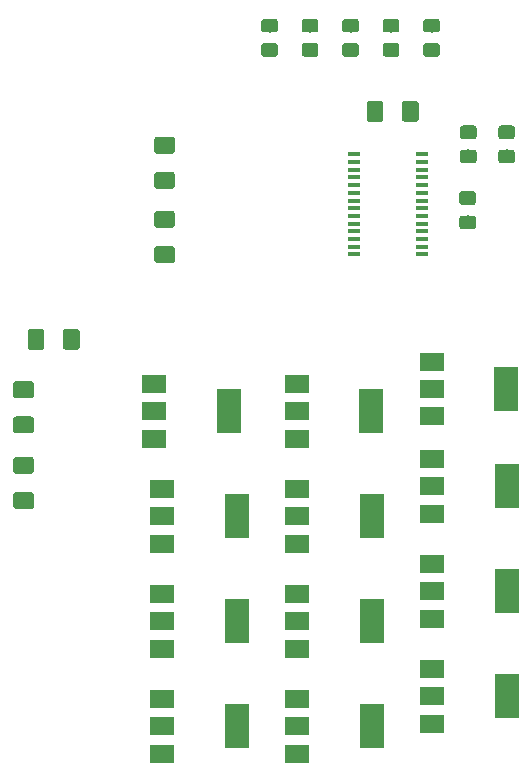
<source format=gbr>
G04 #@! TF.GenerationSoftware,KiCad,Pcbnew,5.0.2-bee76a0~70~ubuntu18.04.1*
G04 #@! TF.CreationDate,2019-02-08T11:17:56-07:00*
G04 #@! TF.ProjectId,driver,64726976-6572-42e6-9b69-6361645f7063,rev?*
G04 #@! TF.SameCoordinates,Original*
G04 #@! TF.FileFunction,Paste,Top*
G04 #@! TF.FilePolarity,Positive*
%FSLAX46Y46*%
G04 Gerber Fmt 4.6, Leading zero omitted, Abs format (unit mm)*
G04 Created by KiCad (PCBNEW 5.0.2-bee76a0~70~ubuntu18.04.1) date Fri 08 Feb 2019 11:17:56 AM MST*
%MOMM*%
%LPD*%
G01*
G04 APERTURE LIST*
%ADD10R,1.100000X0.400000*%
%ADD11C,0.100000*%
%ADD12C,1.150000*%
%ADD13R,2.000000X1.500000*%
%ADD14R,2.000000X3.800000*%
%ADD15C,1.425000*%
G04 APERTURE END LIST*
D10*
G04 #@! TO.C,U1*
X110307000Y-87469000D03*
X110307000Y-88119000D03*
X110307000Y-88769000D03*
X110307000Y-89419000D03*
X110307000Y-90069000D03*
X110307000Y-90719000D03*
X110307000Y-91369000D03*
X110307000Y-92019000D03*
X110307000Y-92669000D03*
X110307000Y-93319000D03*
X110307000Y-93969000D03*
X110307000Y-94619000D03*
X110307000Y-95269000D03*
X110307000Y-95919000D03*
X116007000Y-95919000D03*
X116007000Y-95269000D03*
X116007000Y-94619000D03*
X116007000Y-93969000D03*
X116007000Y-93319000D03*
X116007000Y-92669000D03*
X116007000Y-92019000D03*
X116007000Y-91369000D03*
X116007000Y-90719000D03*
X116007000Y-90069000D03*
X116007000Y-89419000D03*
X116007000Y-88769000D03*
X116007000Y-88119000D03*
X116007000Y-87469000D03*
G04 #@! TD*
D11*
G04 #@! TO.C,R22*
G36*
X103598505Y-75989204D02*
X103622773Y-75992804D01*
X103646572Y-75998765D01*
X103669671Y-76007030D01*
X103691850Y-76017520D01*
X103712893Y-76030132D01*
X103732599Y-76044747D01*
X103750777Y-76061223D01*
X103767253Y-76079401D01*
X103781868Y-76099107D01*
X103794480Y-76120150D01*
X103804970Y-76142329D01*
X103813235Y-76165428D01*
X103819196Y-76189227D01*
X103822796Y-76213495D01*
X103824000Y-76237999D01*
X103824000Y-76888001D01*
X103822796Y-76912505D01*
X103819196Y-76936773D01*
X103813235Y-76960572D01*
X103804970Y-76983671D01*
X103794480Y-77005850D01*
X103781868Y-77026893D01*
X103767253Y-77046599D01*
X103750777Y-77064777D01*
X103732599Y-77081253D01*
X103712893Y-77095868D01*
X103691850Y-77108480D01*
X103669671Y-77118970D01*
X103646572Y-77127235D01*
X103622773Y-77133196D01*
X103598505Y-77136796D01*
X103574001Y-77138000D01*
X102673999Y-77138000D01*
X102649495Y-77136796D01*
X102625227Y-77133196D01*
X102601428Y-77127235D01*
X102578329Y-77118970D01*
X102556150Y-77108480D01*
X102535107Y-77095868D01*
X102515401Y-77081253D01*
X102497223Y-77064777D01*
X102480747Y-77046599D01*
X102466132Y-77026893D01*
X102453520Y-77005850D01*
X102443030Y-76983671D01*
X102434765Y-76960572D01*
X102428804Y-76936773D01*
X102425204Y-76912505D01*
X102424000Y-76888001D01*
X102424000Y-76237999D01*
X102425204Y-76213495D01*
X102428804Y-76189227D01*
X102434765Y-76165428D01*
X102443030Y-76142329D01*
X102453520Y-76120150D01*
X102466132Y-76099107D01*
X102480747Y-76079401D01*
X102497223Y-76061223D01*
X102515401Y-76044747D01*
X102535107Y-76030132D01*
X102556150Y-76017520D01*
X102578329Y-76007030D01*
X102601428Y-75998765D01*
X102625227Y-75992804D01*
X102649495Y-75989204D01*
X102673999Y-75988000D01*
X103574001Y-75988000D01*
X103598505Y-75989204D01*
X103598505Y-75989204D01*
G37*
D12*
X103124000Y-76563000D03*
D11*
G36*
X103598505Y-78039204D02*
X103622773Y-78042804D01*
X103646572Y-78048765D01*
X103669671Y-78057030D01*
X103691850Y-78067520D01*
X103712893Y-78080132D01*
X103732599Y-78094747D01*
X103750777Y-78111223D01*
X103767253Y-78129401D01*
X103781868Y-78149107D01*
X103794480Y-78170150D01*
X103804970Y-78192329D01*
X103813235Y-78215428D01*
X103819196Y-78239227D01*
X103822796Y-78263495D01*
X103824000Y-78287999D01*
X103824000Y-78938001D01*
X103822796Y-78962505D01*
X103819196Y-78986773D01*
X103813235Y-79010572D01*
X103804970Y-79033671D01*
X103794480Y-79055850D01*
X103781868Y-79076893D01*
X103767253Y-79096599D01*
X103750777Y-79114777D01*
X103732599Y-79131253D01*
X103712893Y-79145868D01*
X103691850Y-79158480D01*
X103669671Y-79168970D01*
X103646572Y-79177235D01*
X103622773Y-79183196D01*
X103598505Y-79186796D01*
X103574001Y-79188000D01*
X102673999Y-79188000D01*
X102649495Y-79186796D01*
X102625227Y-79183196D01*
X102601428Y-79177235D01*
X102578329Y-79168970D01*
X102556150Y-79158480D01*
X102535107Y-79145868D01*
X102515401Y-79131253D01*
X102497223Y-79114777D01*
X102480747Y-79096599D01*
X102466132Y-79076893D01*
X102453520Y-79055850D01*
X102443030Y-79033671D01*
X102434765Y-79010572D01*
X102428804Y-78986773D01*
X102425204Y-78962505D01*
X102424000Y-78938001D01*
X102424000Y-78287999D01*
X102425204Y-78263495D01*
X102428804Y-78239227D01*
X102434765Y-78215428D01*
X102443030Y-78192329D01*
X102453520Y-78170150D01*
X102466132Y-78149107D01*
X102480747Y-78129401D01*
X102497223Y-78111223D01*
X102515401Y-78094747D01*
X102535107Y-78080132D01*
X102556150Y-78067520D01*
X102578329Y-78057030D01*
X102601428Y-78048765D01*
X102625227Y-78042804D01*
X102649495Y-78039204D01*
X102673999Y-78038000D01*
X103574001Y-78038000D01*
X103598505Y-78039204D01*
X103598505Y-78039204D01*
G37*
D12*
X103124000Y-78613000D03*
G04 #@! TD*
D11*
G04 #@! TO.C,R23*
G36*
X107027505Y-75989204D02*
X107051773Y-75992804D01*
X107075572Y-75998765D01*
X107098671Y-76007030D01*
X107120850Y-76017520D01*
X107141893Y-76030132D01*
X107161599Y-76044747D01*
X107179777Y-76061223D01*
X107196253Y-76079401D01*
X107210868Y-76099107D01*
X107223480Y-76120150D01*
X107233970Y-76142329D01*
X107242235Y-76165428D01*
X107248196Y-76189227D01*
X107251796Y-76213495D01*
X107253000Y-76237999D01*
X107253000Y-76888001D01*
X107251796Y-76912505D01*
X107248196Y-76936773D01*
X107242235Y-76960572D01*
X107233970Y-76983671D01*
X107223480Y-77005850D01*
X107210868Y-77026893D01*
X107196253Y-77046599D01*
X107179777Y-77064777D01*
X107161599Y-77081253D01*
X107141893Y-77095868D01*
X107120850Y-77108480D01*
X107098671Y-77118970D01*
X107075572Y-77127235D01*
X107051773Y-77133196D01*
X107027505Y-77136796D01*
X107003001Y-77138000D01*
X106102999Y-77138000D01*
X106078495Y-77136796D01*
X106054227Y-77133196D01*
X106030428Y-77127235D01*
X106007329Y-77118970D01*
X105985150Y-77108480D01*
X105964107Y-77095868D01*
X105944401Y-77081253D01*
X105926223Y-77064777D01*
X105909747Y-77046599D01*
X105895132Y-77026893D01*
X105882520Y-77005850D01*
X105872030Y-76983671D01*
X105863765Y-76960572D01*
X105857804Y-76936773D01*
X105854204Y-76912505D01*
X105853000Y-76888001D01*
X105853000Y-76237999D01*
X105854204Y-76213495D01*
X105857804Y-76189227D01*
X105863765Y-76165428D01*
X105872030Y-76142329D01*
X105882520Y-76120150D01*
X105895132Y-76099107D01*
X105909747Y-76079401D01*
X105926223Y-76061223D01*
X105944401Y-76044747D01*
X105964107Y-76030132D01*
X105985150Y-76017520D01*
X106007329Y-76007030D01*
X106030428Y-75998765D01*
X106054227Y-75992804D01*
X106078495Y-75989204D01*
X106102999Y-75988000D01*
X107003001Y-75988000D01*
X107027505Y-75989204D01*
X107027505Y-75989204D01*
G37*
D12*
X106553000Y-76563000D03*
D11*
G36*
X107027505Y-78039204D02*
X107051773Y-78042804D01*
X107075572Y-78048765D01*
X107098671Y-78057030D01*
X107120850Y-78067520D01*
X107141893Y-78080132D01*
X107161599Y-78094747D01*
X107179777Y-78111223D01*
X107196253Y-78129401D01*
X107210868Y-78149107D01*
X107223480Y-78170150D01*
X107233970Y-78192329D01*
X107242235Y-78215428D01*
X107248196Y-78239227D01*
X107251796Y-78263495D01*
X107253000Y-78287999D01*
X107253000Y-78938001D01*
X107251796Y-78962505D01*
X107248196Y-78986773D01*
X107242235Y-79010572D01*
X107233970Y-79033671D01*
X107223480Y-79055850D01*
X107210868Y-79076893D01*
X107196253Y-79096599D01*
X107179777Y-79114777D01*
X107161599Y-79131253D01*
X107141893Y-79145868D01*
X107120850Y-79158480D01*
X107098671Y-79168970D01*
X107075572Y-79177235D01*
X107051773Y-79183196D01*
X107027505Y-79186796D01*
X107003001Y-79188000D01*
X106102999Y-79188000D01*
X106078495Y-79186796D01*
X106054227Y-79183196D01*
X106030428Y-79177235D01*
X106007329Y-79168970D01*
X105985150Y-79158480D01*
X105964107Y-79145868D01*
X105944401Y-79131253D01*
X105926223Y-79114777D01*
X105909747Y-79096599D01*
X105895132Y-79076893D01*
X105882520Y-79055850D01*
X105872030Y-79033671D01*
X105863765Y-79010572D01*
X105857804Y-78986773D01*
X105854204Y-78962505D01*
X105853000Y-78938001D01*
X105853000Y-78287999D01*
X105854204Y-78263495D01*
X105857804Y-78239227D01*
X105863765Y-78215428D01*
X105872030Y-78192329D01*
X105882520Y-78170150D01*
X105895132Y-78149107D01*
X105909747Y-78129401D01*
X105926223Y-78111223D01*
X105944401Y-78094747D01*
X105964107Y-78080132D01*
X105985150Y-78067520D01*
X106007329Y-78057030D01*
X106030428Y-78048765D01*
X106054227Y-78042804D01*
X106078495Y-78039204D01*
X106102999Y-78038000D01*
X107003001Y-78038000D01*
X107027505Y-78039204D01*
X107027505Y-78039204D01*
G37*
D12*
X106553000Y-78613000D03*
G04 #@! TD*
D11*
G04 #@! TO.C,R24*
G36*
X110456505Y-78039204D02*
X110480773Y-78042804D01*
X110504572Y-78048765D01*
X110527671Y-78057030D01*
X110549850Y-78067520D01*
X110570893Y-78080132D01*
X110590599Y-78094747D01*
X110608777Y-78111223D01*
X110625253Y-78129401D01*
X110639868Y-78149107D01*
X110652480Y-78170150D01*
X110662970Y-78192329D01*
X110671235Y-78215428D01*
X110677196Y-78239227D01*
X110680796Y-78263495D01*
X110682000Y-78287999D01*
X110682000Y-78938001D01*
X110680796Y-78962505D01*
X110677196Y-78986773D01*
X110671235Y-79010572D01*
X110662970Y-79033671D01*
X110652480Y-79055850D01*
X110639868Y-79076893D01*
X110625253Y-79096599D01*
X110608777Y-79114777D01*
X110590599Y-79131253D01*
X110570893Y-79145868D01*
X110549850Y-79158480D01*
X110527671Y-79168970D01*
X110504572Y-79177235D01*
X110480773Y-79183196D01*
X110456505Y-79186796D01*
X110432001Y-79188000D01*
X109531999Y-79188000D01*
X109507495Y-79186796D01*
X109483227Y-79183196D01*
X109459428Y-79177235D01*
X109436329Y-79168970D01*
X109414150Y-79158480D01*
X109393107Y-79145868D01*
X109373401Y-79131253D01*
X109355223Y-79114777D01*
X109338747Y-79096599D01*
X109324132Y-79076893D01*
X109311520Y-79055850D01*
X109301030Y-79033671D01*
X109292765Y-79010572D01*
X109286804Y-78986773D01*
X109283204Y-78962505D01*
X109282000Y-78938001D01*
X109282000Y-78287999D01*
X109283204Y-78263495D01*
X109286804Y-78239227D01*
X109292765Y-78215428D01*
X109301030Y-78192329D01*
X109311520Y-78170150D01*
X109324132Y-78149107D01*
X109338747Y-78129401D01*
X109355223Y-78111223D01*
X109373401Y-78094747D01*
X109393107Y-78080132D01*
X109414150Y-78067520D01*
X109436329Y-78057030D01*
X109459428Y-78048765D01*
X109483227Y-78042804D01*
X109507495Y-78039204D01*
X109531999Y-78038000D01*
X110432001Y-78038000D01*
X110456505Y-78039204D01*
X110456505Y-78039204D01*
G37*
D12*
X109982000Y-78613000D03*
D11*
G36*
X110456505Y-75989204D02*
X110480773Y-75992804D01*
X110504572Y-75998765D01*
X110527671Y-76007030D01*
X110549850Y-76017520D01*
X110570893Y-76030132D01*
X110590599Y-76044747D01*
X110608777Y-76061223D01*
X110625253Y-76079401D01*
X110639868Y-76099107D01*
X110652480Y-76120150D01*
X110662970Y-76142329D01*
X110671235Y-76165428D01*
X110677196Y-76189227D01*
X110680796Y-76213495D01*
X110682000Y-76237999D01*
X110682000Y-76888001D01*
X110680796Y-76912505D01*
X110677196Y-76936773D01*
X110671235Y-76960572D01*
X110662970Y-76983671D01*
X110652480Y-77005850D01*
X110639868Y-77026893D01*
X110625253Y-77046599D01*
X110608777Y-77064777D01*
X110590599Y-77081253D01*
X110570893Y-77095868D01*
X110549850Y-77108480D01*
X110527671Y-77118970D01*
X110504572Y-77127235D01*
X110480773Y-77133196D01*
X110456505Y-77136796D01*
X110432001Y-77138000D01*
X109531999Y-77138000D01*
X109507495Y-77136796D01*
X109483227Y-77133196D01*
X109459428Y-77127235D01*
X109436329Y-77118970D01*
X109414150Y-77108480D01*
X109393107Y-77095868D01*
X109373401Y-77081253D01*
X109355223Y-77064777D01*
X109338747Y-77046599D01*
X109324132Y-77026893D01*
X109311520Y-77005850D01*
X109301030Y-76983671D01*
X109292765Y-76960572D01*
X109286804Y-76936773D01*
X109283204Y-76912505D01*
X109282000Y-76888001D01*
X109282000Y-76237999D01*
X109283204Y-76213495D01*
X109286804Y-76189227D01*
X109292765Y-76165428D01*
X109301030Y-76142329D01*
X109311520Y-76120150D01*
X109324132Y-76099107D01*
X109338747Y-76079401D01*
X109355223Y-76061223D01*
X109373401Y-76044747D01*
X109393107Y-76030132D01*
X109414150Y-76017520D01*
X109436329Y-76007030D01*
X109459428Y-75998765D01*
X109483227Y-75992804D01*
X109507495Y-75989204D01*
X109531999Y-75988000D01*
X110432001Y-75988000D01*
X110456505Y-75989204D01*
X110456505Y-75989204D01*
G37*
D12*
X109982000Y-76563000D03*
G04 #@! TD*
D11*
G04 #@! TO.C,R25*
G36*
X113885505Y-78039204D02*
X113909773Y-78042804D01*
X113933572Y-78048765D01*
X113956671Y-78057030D01*
X113978850Y-78067520D01*
X113999893Y-78080132D01*
X114019599Y-78094747D01*
X114037777Y-78111223D01*
X114054253Y-78129401D01*
X114068868Y-78149107D01*
X114081480Y-78170150D01*
X114091970Y-78192329D01*
X114100235Y-78215428D01*
X114106196Y-78239227D01*
X114109796Y-78263495D01*
X114111000Y-78287999D01*
X114111000Y-78938001D01*
X114109796Y-78962505D01*
X114106196Y-78986773D01*
X114100235Y-79010572D01*
X114091970Y-79033671D01*
X114081480Y-79055850D01*
X114068868Y-79076893D01*
X114054253Y-79096599D01*
X114037777Y-79114777D01*
X114019599Y-79131253D01*
X113999893Y-79145868D01*
X113978850Y-79158480D01*
X113956671Y-79168970D01*
X113933572Y-79177235D01*
X113909773Y-79183196D01*
X113885505Y-79186796D01*
X113861001Y-79188000D01*
X112960999Y-79188000D01*
X112936495Y-79186796D01*
X112912227Y-79183196D01*
X112888428Y-79177235D01*
X112865329Y-79168970D01*
X112843150Y-79158480D01*
X112822107Y-79145868D01*
X112802401Y-79131253D01*
X112784223Y-79114777D01*
X112767747Y-79096599D01*
X112753132Y-79076893D01*
X112740520Y-79055850D01*
X112730030Y-79033671D01*
X112721765Y-79010572D01*
X112715804Y-78986773D01*
X112712204Y-78962505D01*
X112711000Y-78938001D01*
X112711000Y-78287999D01*
X112712204Y-78263495D01*
X112715804Y-78239227D01*
X112721765Y-78215428D01*
X112730030Y-78192329D01*
X112740520Y-78170150D01*
X112753132Y-78149107D01*
X112767747Y-78129401D01*
X112784223Y-78111223D01*
X112802401Y-78094747D01*
X112822107Y-78080132D01*
X112843150Y-78067520D01*
X112865329Y-78057030D01*
X112888428Y-78048765D01*
X112912227Y-78042804D01*
X112936495Y-78039204D01*
X112960999Y-78038000D01*
X113861001Y-78038000D01*
X113885505Y-78039204D01*
X113885505Y-78039204D01*
G37*
D12*
X113411000Y-78613000D03*
D11*
G36*
X113885505Y-75989204D02*
X113909773Y-75992804D01*
X113933572Y-75998765D01*
X113956671Y-76007030D01*
X113978850Y-76017520D01*
X113999893Y-76030132D01*
X114019599Y-76044747D01*
X114037777Y-76061223D01*
X114054253Y-76079401D01*
X114068868Y-76099107D01*
X114081480Y-76120150D01*
X114091970Y-76142329D01*
X114100235Y-76165428D01*
X114106196Y-76189227D01*
X114109796Y-76213495D01*
X114111000Y-76237999D01*
X114111000Y-76888001D01*
X114109796Y-76912505D01*
X114106196Y-76936773D01*
X114100235Y-76960572D01*
X114091970Y-76983671D01*
X114081480Y-77005850D01*
X114068868Y-77026893D01*
X114054253Y-77046599D01*
X114037777Y-77064777D01*
X114019599Y-77081253D01*
X113999893Y-77095868D01*
X113978850Y-77108480D01*
X113956671Y-77118970D01*
X113933572Y-77127235D01*
X113909773Y-77133196D01*
X113885505Y-77136796D01*
X113861001Y-77138000D01*
X112960999Y-77138000D01*
X112936495Y-77136796D01*
X112912227Y-77133196D01*
X112888428Y-77127235D01*
X112865329Y-77118970D01*
X112843150Y-77108480D01*
X112822107Y-77095868D01*
X112802401Y-77081253D01*
X112784223Y-77064777D01*
X112767747Y-77046599D01*
X112753132Y-77026893D01*
X112740520Y-77005850D01*
X112730030Y-76983671D01*
X112721765Y-76960572D01*
X112715804Y-76936773D01*
X112712204Y-76912505D01*
X112711000Y-76888001D01*
X112711000Y-76237999D01*
X112712204Y-76213495D01*
X112715804Y-76189227D01*
X112721765Y-76165428D01*
X112730030Y-76142329D01*
X112740520Y-76120150D01*
X112753132Y-76099107D01*
X112767747Y-76079401D01*
X112784223Y-76061223D01*
X112802401Y-76044747D01*
X112822107Y-76030132D01*
X112843150Y-76017520D01*
X112865329Y-76007030D01*
X112888428Y-75998765D01*
X112912227Y-75992804D01*
X112936495Y-75989204D01*
X112960999Y-75988000D01*
X113861001Y-75988000D01*
X113885505Y-75989204D01*
X113885505Y-75989204D01*
G37*
D12*
X113411000Y-76563000D03*
G04 #@! TD*
D11*
G04 #@! TO.C,R26*
G36*
X117314505Y-75989204D02*
X117338773Y-75992804D01*
X117362572Y-75998765D01*
X117385671Y-76007030D01*
X117407850Y-76017520D01*
X117428893Y-76030132D01*
X117448599Y-76044747D01*
X117466777Y-76061223D01*
X117483253Y-76079401D01*
X117497868Y-76099107D01*
X117510480Y-76120150D01*
X117520970Y-76142329D01*
X117529235Y-76165428D01*
X117535196Y-76189227D01*
X117538796Y-76213495D01*
X117540000Y-76237999D01*
X117540000Y-76888001D01*
X117538796Y-76912505D01*
X117535196Y-76936773D01*
X117529235Y-76960572D01*
X117520970Y-76983671D01*
X117510480Y-77005850D01*
X117497868Y-77026893D01*
X117483253Y-77046599D01*
X117466777Y-77064777D01*
X117448599Y-77081253D01*
X117428893Y-77095868D01*
X117407850Y-77108480D01*
X117385671Y-77118970D01*
X117362572Y-77127235D01*
X117338773Y-77133196D01*
X117314505Y-77136796D01*
X117290001Y-77138000D01*
X116389999Y-77138000D01*
X116365495Y-77136796D01*
X116341227Y-77133196D01*
X116317428Y-77127235D01*
X116294329Y-77118970D01*
X116272150Y-77108480D01*
X116251107Y-77095868D01*
X116231401Y-77081253D01*
X116213223Y-77064777D01*
X116196747Y-77046599D01*
X116182132Y-77026893D01*
X116169520Y-77005850D01*
X116159030Y-76983671D01*
X116150765Y-76960572D01*
X116144804Y-76936773D01*
X116141204Y-76912505D01*
X116140000Y-76888001D01*
X116140000Y-76237999D01*
X116141204Y-76213495D01*
X116144804Y-76189227D01*
X116150765Y-76165428D01*
X116159030Y-76142329D01*
X116169520Y-76120150D01*
X116182132Y-76099107D01*
X116196747Y-76079401D01*
X116213223Y-76061223D01*
X116231401Y-76044747D01*
X116251107Y-76030132D01*
X116272150Y-76017520D01*
X116294329Y-76007030D01*
X116317428Y-75998765D01*
X116341227Y-75992804D01*
X116365495Y-75989204D01*
X116389999Y-75988000D01*
X117290001Y-75988000D01*
X117314505Y-75989204D01*
X117314505Y-75989204D01*
G37*
D12*
X116840000Y-76563000D03*
D11*
G36*
X117314505Y-78039204D02*
X117338773Y-78042804D01*
X117362572Y-78048765D01*
X117385671Y-78057030D01*
X117407850Y-78067520D01*
X117428893Y-78080132D01*
X117448599Y-78094747D01*
X117466777Y-78111223D01*
X117483253Y-78129401D01*
X117497868Y-78149107D01*
X117510480Y-78170150D01*
X117520970Y-78192329D01*
X117529235Y-78215428D01*
X117535196Y-78239227D01*
X117538796Y-78263495D01*
X117540000Y-78287999D01*
X117540000Y-78938001D01*
X117538796Y-78962505D01*
X117535196Y-78986773D01*
X117529235Y-79010572D01*
X117520970Y-79033671D01*
X117510480Y-79055850D01*
X117497868Y-79076893D01*
X117483253Y-79096599D01*
X117466777Y-79114777D01*
X117448599Y-79131253D01*
X117428893Y-79145868D01*
X117407850Y-79158480D01*
X117385671Y-79168970D01*
X117362572Y-79177235D01*
X117338773Y-79183196D01*
X117314505Y-79186796D01*
X117290001Y-79188000D01*
X116389999Y-79188000D01*
X116365495Y-79186796D01*
X116341227Y-79183196D01*
X116317428Y-79177235D01*
X116294329Y-79168970D01*
X116272150Y-79158480D01*
X116251107Y-79145868D01*
X116231401Y-79131253D01*
X116213223Y-79114777D01*
X116196747Y-79096599D01*
X116182132Y-79076893D01*
X116169520Y-79055850D01*
X116159030Y-79033671D01*
X116150765Y-79010572D01*
X116144804Y-78986773D01*
X116141204Y-78962505D01*
X116140000Y-78938001D01*
X116140000Y-78287999D01*
X116141204Y-78263495D01*
X116144804Y-78239227D01*
X116150765Y-78215428D01*
X116159030Y-78192329D01*
X116169520Y-78170150D01*
X116182132Y-78149107D01*
X116196747Y-78129401D01*
X116213223Y-78111223D01*
X116231401Y-78094747D01*
X116251107Y-78080132D01*
X116272150Y-78067520D01*
X116294329Y-78057030D01*
X116317428Y-78048765D01*
X116341227Y-78042804D01*
X116365495Y-78039204D01*
X116389999Y-78038000D01*
X117290001Y-78038000D01*
X117314505Y-78039204D01*
X117314505Y-78039204D01*
G37*
D12*
X116840000Y-78613000D03*
G04 #@! TD*
D13*
G04 #@! TO.C,Q5*
X116865000Y-105015000D03*
X116865000Y-109615000D03*
X116865000Y-107315000D03*
D14*
X123165000Y-107315000D03*
G04 #@! TD*
G04 #@! TO.C,Q6*
X111735000Y-109220000D03*
D13*
X105435000Y-109220000D03*
X105435000Y-111520000D03*
X105435000Y-106920000D03*
G04 #@! TD*
G04 #@! TO.C,Q7*
X93370000Y-106920000D03*
X93370000Y-111520000D03*
X93370000Y-109220000D03*
D14*
X99670000Y-109220000D03*
G04 #@! TD*
G04 #@! TO.C,Q8*
X123190000Y-115570000D03*
D13*
X116890000Y-115570000D03*
X116890000Y-117870000D03*
X116890000Y-113270000D03*
G04 #@! TD*
G04 #@! TO.C,Q9*
X105460000Y-115810000D03*
X105460000Y-120410000D03*
X105460000Y-118110000D03*
D14*
X111760000Y-118110000D03*
G04 #@! TD*
G04 #@! TO.C,Q10*
X100330000Y-118110000D03*
D13*
X94030000Y-118110000D03*
X94030000Y-120410000D03*
X94030000Y-115810000D03*
G04 #@! TD*
G04 #@! TO.C,Q11*
X116890000Y-122160000D03*
X116890000Y-126760000D03*
X116890000Y-124460000D03*
D14*
X123190000Y-124460000D03*
G04 #@! TD*
G04 #@! TO.C,Q12*
X111760000Y-127000000D03*
D13*
X105460000Y-127000000D03*
X105460000Y-129300000D03*
X105460000Y-124700000D03*
G04 #@! TD*
D14*
G04 #@! TO.C,Q13*
X100330000Y-135890000D03*
D13*
X94030000Y-135890000D03*
X94030000Y-138190000D03*
X94030000Y-133590000D03*
G04 #@! TD*
G04 #@! TO.C,Q14*
X105460000Y-133590000D03*
X105460000Y-138190000D03*
X105460000Y-135890000D03*
D14*
X111760000Y-135890000D03*
G04 #@! TD*
G04 #@! TO.C,Q15*
X123190000Y-133350000D03*
D13*
X116890000Y-133350000D03*
X116890000Y-135650000D03*
X116890000Y-131050000D03*
G04 #@! TD*
G04 #@! TO.C,Q16*
X94030000Y-124700000D03*
X94030000Y-129300000D03*
X94030000Y-127000000D03*
D14*
X100330000Y-127000000D03*
G04 #@! TD*
D11*
G04 #@! TO.C,C4*
G36*
X86810504Y-102250204D02*
X86834773Y-102253804D01*
X86858571Y-102259765D01*
X86881671Y-102268030D01*
X86903849Y-102278520D01*
X86924893Y-102291133D01*
X86944598Y-102305747D01*
X86962777Y-102322223D01*
X86979253Y-102340402D01*
X86993867Y-102360107D01*
X87006480Y-102381151D01*
X87016970Y-102403329D01*
X87025235Y-102426429D01*
X87031196Y-102450227D01*
X87034796Y-102474496D01*
X87036000Y-102499000D01*
X87036000Y-103749000D01*
X87034796Y-103773504D01*
X87031196Y-103797773D01*
X87025235Y-103821571D01*
X87016970Y-103844671D01*
X87006480Y-103866849D01*
X86993867Y-103887893D01*
X86979253Y-103907598D01*
X86962777Y-103925777D01*
X86944598Y-103942253D01*
X86924893Y-103956867D01*
X86903849Y-103969480D01*
X86881671Y-103979970D01*
X86858571Y-103988235D01*
X86834773Y-103994196D01*
X86810504Y-103997796D01*
X86786000Y-103999000D01*
X85861000Y-103999000D01*
X85836496Y-103997796D01*
X85812227Y-103994196D01*
X85788429Y-103988235D01*
X85765329Y-103979970D01*
X85743151Y-103969480D01*
X85722107Y-103956867D01*
X85702402Y-103942253D01*
X85684223Y-103925777D01*
X85667747Y-103907598D01*
X85653133Y-103887893D01*
X85640520Y-103866849D01*
X85630030Y-103844671D01*
X85621765Y-103821571D01*
X85615804Y-103797773D01*
X85612204Y-103773504D01*
X85611000Y-103749000D01*
X85611000Y-102499000D01*
X85612204Y-102474496D01*
X85615804Y-102450227D01*
X85621765Y-102426429D01*
X85630030Y-102403329D01*
X85640520Y-102381151D01*
X85653133Y-102360107D01*
X85667747Y-102340402D01*
X85684223Y-102322223D01*
X85702402Y-102305747D01*
X85722107Y-102291133D01*
X85743151Y-102278520D01*
X85765329Y-102268030D01*
X85788429Y-102259765D01*
X85812227Y-102253804D01*
X85836496Y-102250204D01*
X85861000Y-102249000D01*
X86786000Y-102249000D01*
X86810504Y-102250204D01*
X86810504Y-102250204D01*
G37*
D15*
X86323500Y-103124000D03*
D11*
G36*
X83835504Y-102250204D02*
X83859773Y-102253804D01*
X83883571Y-102259765D01*
X83906671Y-102268030D01*
X83928849Y-102278520D01*
X83949893Y-102291133D01*
X83969598Y-102305747D01*
X83987777Y-102322223D01*
X84004253Y-102340402D01*
X84018867Y-102360107D01*
X84031480Y-102381151D01*
X84041970Y-102403329D01*
X84050235Y-102426429D01*
X84056196Y-102450227D01*
X84059796Y-102474496D01*
X84061000Y-102499000D01*
X84061000Y-103749000D01*
X84059796Y-103773504D01*
X84056196Y-103797773D01*
X84050235Y-103821571D01*
X84041970Y-103844671D01*
X84031480Y-103866849D01*
X84018867Y-103887893D01*
X84004253Y-103907598D01*
X83987777Y-103925777D01*
X83969598Y-103942253D01*
X83949893Y-103956867D01*
X83928849Y-103969480D01*
X83906671Y-103979970D01*
X83883571Y-103988235D01*
X83859773Y-103994196D01*
X83835504Y-103997796D01*
X83811000Y-103999000D01*
X82886000Y-103999000D01*
X82861496Y-103997796D01*
X82837227Y-103994196D01*
X82813429Y-103988235D01*
X82790329Y-103979970D01*
X82768151Y-103969480D01*
X82747107Y-103956867D01*
X82727402Y-103942253D01*
X82709223Y-103925777D01*
X82692747Y-103907598D01*
X82678133Y-103887893D01*
X82665520Y-103866849D01*
X82655030Y-103844671D01*
X82646765Y-103821571D01*
X82640804Y-103797773D01*
X82637204Y-103773504D01*
X82636000Y-103749000D01*
X82636000Y-102499000D01*
X82637204Y-102474496D01*
X82640804Y-102450227D01*
X82646765Y-102426429D01*
X82655030Y-102403329D01*
X82665520Y-102381151D01*
X82678133Y-102360107D01*
X82692747Y-102340402D01*
X82709223Y-102322223D01*
X82727402Y-102305747D01*
X82747107Y-102291133D01*
X82768151Y-102278520D01*
X82790329Y-102268030D01*
X82813429Y-102259765D01*
X82837227Y-102253804D01*
X82861496Y-102250204D01*
X82886000Y-102249000D01*
X83811000Y-102249000D01*
X83835504Y-102250204D01*
X83835504Y-102250204D01*
G37*
D15*
X83348500Y-103124000D03*
G04 #@! TD*
D11*
G04 #@! TO.C,C5*
G36*
X82945504Y-109651704D02*
X82969773Y-109655304D01*
X82993571Y-109661265D01*
X83016671Y-109669530D01*
X83038849Y-109680020D01*
X83059893Y-109692633D01*
X83079598Y-109707247D01*
X83097777Y-109723723D01*
X83114253Y-109741902D01*
X83128867Y-109761607D01*
X83141480Y-109782651D01*
X83151970Y-109804829D01*
X83160235Y-109827929D01*
X83166196Y-109851727D01*
X83169796Y-109875996D01*
X83171000Y-109900500D01*
X83171000Y-110825500D01*
X83169796Y-110850004D01*
X83166196Y-110874273D01*
X83160235Y-110898071D01*
X83151970Y-110921171D01*
X83141480Y-110943349D01*
X83128867Y-110964393D01*
X83114253Y-110984098D01*
X83097777Y-111002277D01*
X83079598Y-111018753D01*
X83059893Y-111033367D01*
X83038849Y-111045980D01*
X83016671Y-111056470D01*
X82993571Y-111064735D01*
X82969773Y-111070696D01*
X82945504Y-111074296D01*
X82921000Y-111075500D01*
X81671000Y-111075500D01*
X81646496Y-111074296D01*
X81622227Y-111070696D01*
X81598429Y-111064735D01*
X81575329Y-111056470D01*
X81553151Y-111045980D01*
X81532107Y-111033367D01*
X81512402Y-111018753D01*
X81494223Y-111002277D01*
X81477747Y-110984098D01*
X81463133Y-110964393D01*
X81450520Y-110943349D01*
X81440030Y-110921171D01*
X81431765Y-110898071D01*
X81425804Y-110874273D01*
X81422204Y-110850004D01*
X81421000Y-110825500D01*
X81421000Y-109900500D01*
X81422204Y-109875996D01*
X81425804Y-109851727D01*
X81431765Y-109827929D01*
X81440030Y-109804829D01*
X81450520Y-109782651D01*
X81463133Y-109761607D01*
X81477747Y-109741902D01*
X81494223Y-109723723D01*
X81512402Y-109707247D01*
X81532107Y-109692633D01*
X81553151Y-109680020D01*
X81575329Y-109669530D01*
X81598429Y-109661265D01*
X81622227Y-109655304D01*
X81646496Y-109651704D01*
X81671000Y-109650500D01*
X82921000Y-109650500D01*
X82945504Y-109651704D01*
X82945504Y-109651704D01*
G37*
D15*
X82296000Y-110363000D03*
D11*
G36*
X82945504Y-106676704D02*
X82969773Y-106680304D01*
X82993571Y-106686265D01*
X83016671Y-106694530D01*
X83038849Y-106705020D01*
X83059893Y-106717633D01*
X83079598Y-106732247D01*
X83097777Y-106748723D01*
X83114253Y-106766902D01*
X83128867Y-106786607D01*
X83141480Y-106807651D01*
X83151970Y-106829829D01*
X83160235Y-106852929D01*
X83166196Y-106876727D01*
X83169796Y-106900996D01*
X83171000Y-106925500D01*
X83171000Y-107850500D01*
X83169796Y-107875004D01*
X83166196Y-107899273D01*
X83160235Y-107923071D01*
X83151970Y-107946171D01*
X83141480Y-107968349D01*
X83128867Y-107989393D01*
X83114253Y-108009098D01*
X83097777Y-108027277D01*
X83079598Y-108043753D01*
X83059893Y-108058367D01*
X83038849Y-108070980D01*
X83016671Y-108081470D01*
X82993571Y-108089735D01*
X82969773Y-108095696D01*
X82945504Y-108099296D01*
X82921000Y-108100500D01*
X81671000Y-108100500D01*
X81646496Y-108099296D01*
X81622227Y-108095696D01*
X81598429Y-108089735D01*
X81575329Y-108081470D01*
X81553151Y-108070980D01*
X81532107Y-108058367D01*
X81512402Y-108043753D01*
X81494223Y-108027277D01*
X81477747Y-108009098D01*
X81463133Y-107989393D01*
X81450520Y-107968349D01*
X81440030Y-107946171D01*
X81431765Y-107923071D01*
X81425804Y-107899273D01*
X81422204Y-107875004D01*
X81421000Y-107850500D01*
X81421000Y-106925500D01*
X81422204Y-106900996D01*
X81425804Y-106876727D01*
X81431765Y-106852929D01*
X81440030Y-106829829D01*
X81450520Y-106807651D01*
X81463133Y-106786607D01*
X81477747Y-106766902D01*
X81494223Y-106748723D01*
X81512402Y-106732247D01*
X81532107Y-106717633D01*
X81553151Y-106705020D01*
X81575329Y-106694530D01*
X81598429Y-106686265D01*
X81622227Y-106680304D01*
X81646496Y-106676704D01*
X81671000Y-106675500D01*
X82921000Y-106675500D01*
X82945504Y-106676704D01*
X82945504Y-106676704D01*
G37*
D15*
X82296000Y-107388000D03*
G04 #@! TD*
D11*
G04 #@! TO.C,C6*
G36*
X82945504Y-113080704D02*
X82969773Y-113084304D01*
X82993571Y-113090265D01*
X83016671Y-113098530D01*
X83038849Y-113109020D01*
X83059893Y-113121633D01*
X83079598Y-113136247D01*
X83097777Y-113152723D01*
X83114253Y-113170902D01*
X83128867Y-113190607D01*
X83141480Y-113211651D01*
X83151970Y-113233829D01*
X83160235Y-113256929D01*
X83166196Y-113280727D01*
X83169796Y-113304996D01*
X83171000Y-113329500D01*
X83171000Y-114254500D01*
X83169796Y-114279004D01*
X83166196Y-114303273D01*
X83160235Y-114327071D01*
X83151970Y-114350171D01*
X83141480Y-114372349D01*
X83128867Y-114393393D01*
X83114253Y-114413098D01*
X83097777Y-114431277D01*
X83079598Y-114447753D01*
X83059893Y-114462367D01*
X83038849Y-114474980D01*
X83016671Y-114485470D01*
X82993571Y-114493735D01*
X82969773Y-114499696D01*
X82945504Y-114503296D01*
X82921000Y-114504500D01*
X81671000Y-114504500D01*
X81646496Y-114503296D01*
X81622227Y-114499696D01*
X81598429Y-114493735D01*
X81575329Y-114485470D01*
X81553151Y-114474980D01*
X81532107Y-114462367D01*
X81512402Y-114447753D01*
X81494223Y-114431277D01*
X81477747Y-114413098D01*
X81463133Y-114393393D01*
X81450520Y-114372349D01*
X81440030Y-114350171D01*
X81431765Y-114327071D01*
X81425804Y-114303273D01*
X81422204Y-114279004D01*
X81421000Y-114254500D01*
X81421000Y-113329500D01*
X81422204Y-113304996D01*
X81425804Y-113280727D01*
X81431765Y-113256929D01*
X81440030Y-113233829D01*
X81450520Y-113211651D01*
X81463133Y-113190607D01*
X81477747Y-113170902D01*
X81494223Y-113152723D01*
X81512402Y-113136247D01*
X81532107Y-113121633D01*
X81553151Y-113109020D01*
X81575329Y-113098530D01*
X81598429Y-113090265D01*
X81622227Y-113084304D01*
X81646496Y-113080704D01*
X81671000Y-113079500D01*
X82921000Y-113079500D01*
X82945504Y-113080704D01*
X82945504Y-113080704D01*
G37*
D15*
X82296000Y-113792000D03*
D11*
G36*
X82945504Y-116055704D02*
X82969773Y-116059304D01*
X82993571Y-116065265D01*
X83016671Y-116073530D01*
X83038849Y-116084020D01*
X83059893Y-116096633D01*
X83079598Y-116111247D01*
X83097777Y-116127723D01*
X83114253Y-116145902D01*
X83128867Y-116165607D01*
X83141480Y-116186651D01*
X83151970Y-116208829D01*
X83160235Y-116231929D01*
X83166196Y-116255727D01*
X83169796Y-116279996D01*
X83171000Y-116304500D01*
X83171000Y-117229500D01*
X83169796Y-117254004D01*
X83166196Y-117278273D01*
X83160235Y-117302071D01*
X83151970Y-117325171D01*
X83141480Y-117347349D01*
X83128867Y-117368393D01*
X83114253Y-117388098D01*
X83097777Y-117406277D01*
X83079598Y-117422753D01*
X83059893Y-117437367D01*
X83038849Y-117449980D01*
X83016671Y-117460470D01*
X82993571Y-117468735D01*
X82969773Y-117474696D01*
X82945504Y-117478296D01*
X82921000Y-117479500D01*
X81671000Y-117479500D01*
X81646496Y-117478296D01*
X81622227Y-117474696D01*
X81598429Y-117468735D01*
X81575329Y-117460470D01*
X81553151Y-117449980D01*
X81532107Y-117437367D01*
X81512402Y-117422753D01*
X81494223Y-117406277D01*
X81477747Y-117388098D01*
X81463133Y-117368393D01*
X81450520Y-117347349D01*
X81440030Y-117325171D01*
X81431765Y-117302071D01*
X81425804Y-117278273D01*
X81422204Y-117254004D01*
X81421000Y-117229500D01*
X81421000Y-116304500D01*
X81422204Y-116279996D01*
X81425804Y-116255727D01*
X81431765Y-116231929D01*
X81440030Y-116208829D01*
X81450520Y-116186651D01*
X81463133Y-116165607D01*
X81477747Y-116145902D01*
X81494223Y-116127723D01*
X81512402Y-116111247D01*
X81532107Y-116096633D01*
X81553151Y-116084020D01*
X81575329Y-116073530D01*
X81598429Y-116065265D01*
X81622227Y-116059304D01*
X81646496Y-116055704D01*
X81671000Y-116054500D01*
X82921000Y-116054500D01*
X82945504Y-116055704D01*
X82945504Y-116055704D01*
G37*
D15*
X82296000Y-116767000D03*
G04 #@! TD*
D11*
G04 #@! TO.C,C1*
G36*
X115512504Y-82946204D02*
X115536773Y-82949804D01*
X115560571Y-82955765D01*
X115583671Y-82964030D01*
X115605849Y-82974520D01*
X115626893Y-82987133D01*
X115646598Y-83001747D01*
X115664777Y-83018223D01*
X115681253Y-83036402D01*
X115695867Y-83056107D01*
X115708480Y-83077151D01*
X115718970Y-83099329D01*
X115727235Y-83122429D01*
X115733196Y-83146227D01*
X115736796Y-83170496D01*
X115738000Y-83195000D01*
X115738000Y-84445000D01*
X115736796Y-84469504D01*
X115733196Y-84493773D01*
X115727235Y-84517571D01*
X115718970Y-84540671D01*
X115708480Y-84562849D01*
X115695867Y-84583893D01*
X115681253Y-84603598D01*
X115664777Y-84621777D01*
X115646598Y-84638253D01*
X115626893Y-84652867D01*
X115605849Y-84665480D01*
X115583671Y-84675970D01*
X115560571Y-84684235D01*
X115536773Y-84690196D01*
X115512504Y-84693796D01*
X115488000Y-84695000D01*
X114563000Y-84695000D01*
X114538496Y-84693796D01*
X114514227Y-84690196D01*
X114490429Y-84684235D01*
X114467329Y-84675970D01*
X114445151Y-84665480D01*
X114424107Y-84652867D01*
X114404402Y-84638253D01*
X114386223Y-84621777D01*
X114369747Y-84603598D01*
X114355133Y-84583893D01*
X114342520Y-84562849D01*
X114332030Y-84540671D01*
X114323765Y-84517571D01*
X114317804Y-84493773D01*
X114314204Y-84469504D01*
X114313000Y-84445000D01*
X114313000Y-83195000D01*
X114314204Y-83170496D01*
X114317804Y-83146227D01*
X114323765Y-83122429D01*
X114332030Y-83099329D01*
X114342520Y-83077151D01*
X114355133Y-83056107D01*
X114369747Y-83036402D01*
X114386223Y-83018223D01*
X114404402Y-83001747D01*
X114424107Y-82987133D01*
X114445151Y-82974520D01*
X114467329Y-82964030D01*
X114490429Y-82955765D01*
X114514227Y-82949804D01*
X114538496Y-82946204D01*
X114563000Y-82945000D01*
X115488000Y-82945000D01*
X115512504Y-82946204D01*
X115512504Y-82946204D01*
G37*
D15*
X115025500Y-83820000D03*
D11*
G36*
X112537504Y-82946204D02*
X112561773Y-82949804D01*
X112585571Y-82955765D01*
X112608671Y-82964030D01*
X112630849Y-82974520D01*
X112651893Y-82987133D01*
X112671598Y-83001747D01*
X112689777Y-83018223D01*
X112706253Y-83036402D01*
X112720867Y-83056107D01*
X112733480Y-83077151D01*
X112743970Y-83099329D01*
X112752235Y-83122429D01*
X112758196Y-83146227D01*
X112761796Y-83170496D01*
X112763000Y-83195000D01*
X112763000Y-84445000D01*
X112761796Y-84469504D01*
X112758196Y-84493773D01*
X112752235Y-84517571D01*
X112743970Y-84540671D01*
X112733480Y-84562849D01*
X112720867Y-84583893D01*
X112706253Y-84603598D01*
X112689777Y-84621777D01*
X112671598Y-84638253D01*
X112651893Y-84652867D01*
X112630849Y-84665480D01*
X112608671Y-84675970D01*
X112585571Y-84684235D01*
X112561773Y-84690196D01*
X112537504Y-84693796D01*
X112513000Y-84695000D01*
X111588000Y-84695000D01*
X111563496Y-84693796D01*
X111539227Y-84690196D01*
X111515429Y-84684235D01*
X111492329Y-84675970D01*
X111470151Y-84665480D01*
X111449107Y-84652867D01*
X111429402Y-84638253D01*
X111411223Y-84621777D01*
X111394747Y-84603598D01*
X111380133Y-84583893D01*
X111367520Y-84562849D01*
X111357030Y-84540671D01*
X111348765Y-84517571D01*
X111342804Y-84493773D01*
X111339204Y-84469504D01*
X111338000Y-84445000D01*
X111338000Y-83195000D01*
X111339204Y-83170496D01*
X111342804Y-83146227D01*
X111348765Y-83122429D01*
X111357030Y-83099329D01*
X111367520Y-83077151D01*
X111380133Y-83056107D01*
X111394747Y-83036402D01*
X111411223Y-83018223D01*
X111429402Y-83001747D01*
X111449107Y-82987133D01*
X111470151Y-82974520D01*
X111492329Y-82964030D01*
X111515429Y-82955765D01*
X111539227Y-82949804D01*
X111563496Y-82946204D01*
X111588000Y-82945000D01*
X112513000Y-82945000D01*
X112537504Y-82946204D01*
X112537504Y-82946204D01*
G37*
D15*
X112050500Y-83820000D03*
G04 #@! TD*
D11*
G04 #@! TO.C,R7*
G36*
X94883504Y-88950704D02*
X94907773Y-88954304D01*
X94931571Y-88960265D01*
X94954671Y-88968530D01*
X94976849Y-88979020D01*
X94997893Y-88991633D01*
X95017598Y-89006247D01*
X95035777Y-89022723D01*
X95052253Y-89040902D01*
X95066867Y-89060607D01*
X95079480Y-89081651D01*
X95089970Y-89103829D01*
X95098235Y-89126929D01*
X95104196Y-89150727D01*
X95107796Y-89174996D01*
X95109000Y-89199500D01*
X95109000Y-90124500D01*
X95107796Y-90149004D01*
X95104196Y-90173273D01*
X95098235Y-90197071D01*
X95089970Y-90220171D01*
X95079480Y-90242349D01*
X95066867Y-90263393D01*
X95052253Y-90283098D01*
X95035777Y-90301277D01*
X95017598Y-90317753D01*
X94997893Y-90332367D01*
X94976849Y-90344980D01*
X94954671Y-90355470D01*
X94931571Y-90363735D01*
X94907773Y-90369696D01*
X94883504Y-90373296D01*
X94859000Y-90374500D01*
X93609000Y-90374500D01*
X93584496Y-90373296D01*
X93560227Y-90369696D01*
X93536429Y-90363735D01*
X93513329Y-90355470D01*
X93491151Y-90344980D01*
X93470107Y-90332367D01*
X93450402Y-90317753D01*
X93432223Y-90301277D01*
X93415747Y-90283098D01*
X93401133Y-90263393D01*
X93388520Y-90242349D01*
X93378030Y-90220171D01*
X93369765Y-90197071D01*
X93363804Y-90173273D01*
X93360204Y-90149004D01*
X93359000Y-90124500D01*
X93359000Y-89199500D01*
X93360204Y-89174996D01*
X93363804Y-89150727D01*
X93369765Y-89126929D01*
X93378030Y-89103829D01*
X93388520Y-89081651D01*
X93401133Y-89060607D01*
X93415747Y-89040902D01*
X93432223Y-89022723D01*
X93450402Y-89006247D01*
X93470107Y-88991633D01*
X93491151Y-88979020D01*
X93513329Y-88968530D01*
X93536429Y-88960265D01*
X93560227Y-88954304D01*
X93584496Y-88950704D01*
X93609000Y-88949500D01*
X94859000Y-88949500D01*
X94883504Y-88950704D01*
X94883504Y-88950704D01*
G37*
D15*
X94234000Y-89662000D03*
D11*
G36*
X94883504Y-85975704D02*
X94907773Y-85979304D01*
X94931571Y-85985265D01*
X94954671Y-85993530D01*
X94976849Y-86004020D01*
X94997893Y-86016633D01*
X95017598Y-86031247D01*
X95035777Y-86047723D01*
X95052253Y-86065902D01*
X95066867Y-86085607D01*
X95079480Y-86106651D01*
X95089970Y-86128829D01*
X95098235Y-86151929D01*
X95104196Y-86175727D01*
X95107796Y-86199996D01*
X95109000Y-86224500D01*
X95109000Y-87149500D01*
X95107796Y-87174004D01*
X95104196Y-87198273D01*
X95098235Y-87222071D01*
X95089970Y-87245171D01*
X95079480Y-87267349D01*
X95066867Y-87288393D01*
X95052253Y-87308098D01*
X95035777Y-87326277D01*
X95017598Y-87342753D01*
X94997893Y-87357367D01*
X94976849Y-87369980D01*
X94954671Y-87380470D01*
X94931571Y-87388735D01*
X94907773Y-87394696D01*
X94883504Y-87398296D01*
X94859000Y-87399500D01*
X93609000Y-87399500D01*
X93584496Y-87398296D01*
X93560227Y-87394696D01*
X93536429Y-87388735D01*
X93513329Y-87380470D01*
X93491151Y-87369980D01*
X93470107Y-87357367D01*
X93450402Y-87342753D01*
X93432223Y-87326277D01*
X93415747Y-87308098D01*
X93401133Y-87288393D01*
X93388520Y-87267349D01*
X93378030Y-87245171D01*
X93369765Y-87222071D01*
X93363804Y-87198273D01*
X93360204Y-87174004D01*
X93359000Y-87149500D01*
X93359000Y-86224500D01*
X93360204Y-86199996D01*
X93363804Y-86175727D01*
X93369765Y-86151929D01*
X93378030Y-86128829D01*
X93388520Y-86106651D01*
X93401133Y-86085607D01*
X93415747Y-86065902D01*
X93432223Y-86047723D01*
X93450402Y-86031247D01*
X93470107Y-86016633D01*
X93491151Y-86004020D01*
X93513329Y-85993530D01*
X93536429Y-85985265D01*
X93560227Y-85979304D01*
X93584496Y-85975704D01*
X93609000Y-85974500D01*
X94859000Y-85974500D01*
X94883504Y-85975704D01*
X94883504Y-85975704D01*
G37*
D15*
X94234000Y-86687000D03*
G04 #@! TD*
D11*
G04 #@! TO.C,R14*
G36*
X94883504Y-95227704D02*
X94907773Y-95231304D01*
X94931571Y-95237265D01*
X94954671Y-95245530D01*
X94976849Y-95256020D01*
X94997893Y-95268633D01*
X95017598Y-95283247D01*
X95035777Y-95299723D01*
X95052253Y-95317902D01*
X95066867Y-95337607D01*
X95079480Y-95358651D01*
X95089970Y-95380829D01*
X95098235Y-95403929D01*
X95104196Y-95427727D01*
X95107796Y-95451996D01*
X95109000Y-95476500D01*
X95109000Y-96401500D01*
X95107796Y-96426004D01*
X95104196Y-96450273D01*
X95098235Y-96474071D01*
X95089970Y-96497171D01*
X95079480Y-96519349D01*
X95066867Y-96540393D01*
X95052253Y-96560098D01*
X95035777Y-96578277D01*
X95017598Y-96594753D01*
X94997893Y-96609367D01*
X94976849Y-96621980D01*
X94954671Y-96632470D01*
X94931571Y-96640735D01*
X94907773Y-96646696D01*
X94883504Y-96650296D01*
X94859000Y-96651500D01*
X93609000Y-96651500D01*
X93584496Y-96650296D01*
X93560227Y-96646696D01*
X93536429Y-96640735D01*
X93513329Y-96632470D01*
X93491151Y-96621980D01*
X93470107Y-96609367D01*
X93450402Y-96594753D01*
X93432223Y-96578277D01*
X93415747Y-96560098D01*
X93401133Y-96540393D01*
X93388520Y-96519349D01*
X93378030Y-96497171D01*
X93369765Y-96474071D01*
X93363804Y-96450273D01*
X93360204Y-96426004D01*
X93359000Y-96401500D01*
X93359000Y-95476500D01*
X93360204Y-95451996D01*
X93363804Y-95427727D01*
X93369765Y-95403929D01*
X93378030Y-95380829D01*
X93388520Y-95358651D01*
X93401133Y-95337607D01*
X93415747Y-95317902D01*
X93432223Y-95299723D01*
X93450402Y-95283247D01*
X93470107Y-95268633D01*
X93491151Y-95256020D01*
X93513329Y-95245530D01*
X93536429Y-95237265D01*
X93560227Y-95231304D01*
X93584496Y-95227704D01*
X93609000Y-95226500D01*
X94859000Y-95226500D01*
X94883504Y-95227704D01*
X94883504Y-95227704D01*
G37*
D15*
X94234000Y-95939000D03*
D11*
G36*
X94883504Y-92252704D02*
X94907773Y-92256304D01*
X94931571Y-92262265D01*
X94954671Y-92270530D01*
X94976849Y-92281020D01*
X94997893Y-92293633D01*
X95017598Y-92308247D01*
X95035777Y-92324723D01*
X95052253Y-92342902D01*
X95066867Y-92362607D01*
X95079480Y-92383651D01*
X95089970Y-92405829D01*
X95098235Y-92428929D01*
X95104196Y-92452727D01*
X95107796Y-92476996D01*
X95109000Y-92501500D01*
X95109000Y-93426500D01*
X95107796Y-93451004D01*
X95104196Y-93475273D01*
X95098235Y-93499071D01*
X95089970Y-93522171D01*
X95079480Y-93544349D01*
X95066867Y-93565393D01*
X95052253Y-93585098D01*
X95035777Y-93603277D01*
X95017598Y-93619753D01*
X94997893Y-93634367D01*
X94976849Y-93646980D01*
X94954671Y-93657470D01*
X94931571Y-93665735D01*
X94907773Y-93671696D01*
X94883504Y-93675296D01*
X94859000Y-93676500D01*
X93609000Y-93676500D01*
X93584496Y-93675296D01*
X93560227Y-93671696D01*
X93536429Y-93665735D01*
X93513329Y-93657470D01*
X93491151Y-93646980D01*
X93470107Y-93634367D01*
X93450402Y-93619753D01*
X93432223Y-93603277D01*
X93415747Y-93585098D01*
X93401133Y-93565393D01*
X93388520Y-93544349D01*
X93378030Y-93522171D01*
X93369765Y-93499071D01*
X93363804Y-93475273D01*
X93360204Y-93451004D01*
X93359000Y-93426500D01*
X93359000Y-92501500D01*
X93360204Y-92476996D01*
X93363804Y-92452727D01*
X93369765Y-92428929D01*
X93378030Y-92405829D01*
X93388520Y-92383651D01*
X93401133Y-92362607D01*
X93415747Y-92342902D01*
X93432223Y-92324723D01*
X93450402Y-92308247D01*
X93470107Y-92293633D01*
X93491151Y-92281020D01*
X93513329Y-92270530D01*
X93536429Y-92262265D01*
X93560227Y-92256304D01*
X93584496Y-92252704D01*
X93609000Y-92251500D01*
X94859000Y-92251500D01*
X94883504Y-92252704D01*
X94883504Y-92252704D01*
G37*
D15*
X94234000Y-92964000D03*
G04 #@! TD*
D11*
G04 #@! TO.C,R1*
G36*
X120362505Y-90594204D02*
X120386773Y-90597804D01*
X120410572Y-90603765D01*
X120433671Y-90612030D01*
X120455850Y-90622520D01*
X120476893Y-90635132D01*
X120496599Y-90649747D01*
X120514777Y-90666223D01*
X120531253Y-90684401D01*
X120545868Y-90704107D01*
X120558480Y-90725150D01*
X120568970Y-90747329D01*
X120577235Y-90770428D01*
X120583196Y-90794227D01*
X120586796Y-90818495D01*
X120588000Y-90842999D01*
X120588000Y-91493001D01*
X120586796Y-91517505D01*
X120583196Y-91541773D01*
X120577235Y-91565572D01*
X120568970Y-91588671D01*
X120558480Y-91610850D01*
X120545868Y-91631893D01*
X120531253Y-91651599D01*
X120514777Y-91669777D01*
X120496599Y-91686253D01*
X120476893Y-91700868D01*
X120455850Y-91713480D01*
X120433671Y-91723970D01*
X120410572Y-91732235D01*
X120386773Y-91738196D01*
X120362505Y-91741796D01*
X120338001Y-91743000D01*
X119437999Y-91743000D01*
X119413495Y-91741796D01*
X119389227Y-91738196D01*
X119365428Y-91732235D01*
X119342329Y-91723970D01*
X119320150Y-91713480D01*
X119299107Y-91700868D01*
X119279401Y-91686253D01*
X119261223Y-91669777D01*
X119244747Y-91651599D01*
X119230132Y-91631893D01*
X119217520Y-91610850D01*
X119207030Y-91588671D01*
X119198765Y-91565572D01*
X119192804Y-91541773D01*
X119189204Y-91517505D01*
X119188000Y-91493001D01*
X119188000Y-90842999D01*
X119189204Y-90818495D01*
X119192804Y-90794227D01*
X119198765Y-90770428D01*
X119207030Y-90747329D01*
X119217520Y-90725150D01*
X119230132Y-90704107D01*
X119244747Y-90684401D01*
X119261223Y-90666223D01*
X119279401Y-90649747D01*
X119299107Y-90635132D01*
X119320150Y-90622520D01*
X119342329Y-90612030D01*
X119365428Y-90603765D01*
X119389227Y-90597804D01*
X119413495Y-90594204D01*
X119437999Y-90593000D01*
X120338001Y-90593000D01*
X120362505Y-90594204D01*
X120362505Y-90594204D01*
G37*
D12*
X119888000Y-91168000D03*
D11*
G36*
X120362505Y-92644204D02*
X120386773Y-92647804D01*
X120410572Y-92653765D01*
X120433671Y-92662030D01*
X120455850Y-92672520D01*
X120476893Y-92685132D01*
X120496599Y-92699747D01*
X120514777Y-92716223D01*
X120531253Y-92734401D01*
X120545868Y-92754107D01*
X120558480Y-92775150D01*
X120568970Y-92797329D01*
X120577235Y-92820428D01*
X120583196Y-92844227D01*
X120586796Y-92868495D01*
X120588000Y-92892999D01*
X120588000Y-93543001D01*
X120586796Y-93567505D01*
X120583196Y-93591773D01*
X120577235Y-93615572D01*
X120568970Y-93638671D01*
X120558480Y-93660850D01*
X120545868Y-93681893D01*
X120531253Y-93701599D01*
X120514777Y-93719777D01*
X120496599Y-93736253D01*
X120476893Y-93750868D01*
X120455850Y-93763480D01*
X120433671Y-93773970D01*
X120410572Y-93782235D01*
X120386773Y-93788196D01*
X120362505Y-93791796D01*
X120338001Y-93793000D01*
X119437999Y-93793000D01*
X119413495Y-93791796D01*
X119389227Y-93788196D01*
X119365428Y-93782235D01*
X119342329Y-93773970D01*
X119320150Y-93763480D01*
X119299107Y-93750868D01*
X119279401Y-93736253D01*
X119261223Y-93719777D01*
X119244747Y-93701599D01*
X119230132Y-93681893D01*
X119217520Y-93660850D01*
X119207030Y-93638671D01*
X119198765Y-93615572D01*
X119192804Y-93591773D01*
X119189204Y-93567505D01*
X119188000Y-93543001D01*
X119188000Y-92892999D01*
X119189204Y-92868495D01*
X119192804Y-92844227D01*
X119198765Y-92820428D01*
X119207030Y-92797329D01*
X119217520Y-92775150D01*
X119230132Y-92754107D01*
X119244747Y-92734401D01*
X119261223Y-92716223D01*
X119279401Y-92699747D01*
X119299107Y-92685132D01*
X119320150Y-92672520D01*
X119342329Y-92662030D01*
X119365428Y-92653765D01*
X119389227Y-92647804D01*
X119413495Y-92644204D01*
X119437999Y-92643000D01*
X120338001Y-92643000D01*
X120362505Y-92644204D01*
X120362505Y-92644204D01*
G37*
D12*
X119888000Y-93218000D03*
G04 #@! TD*
D11*
G04 #@! TO.C,R2*
G36*
X123664505Y-87065204D02*
X123688773Y-87068804D01*
X123712572Y-87074765D01*
X123735671Y-87083030D01*
X123757850Y-87093520D01*
X123778893Y-87106132D01*
X123798599Y-87120747D01*
X123816777Y-87137223D01*
X123833253Y-87155401D01*
X123847868Y-87175107D01*
X123860480Y-87196150D01*
X123870970Y-87218329D01*
X123879235Y-87241428D01*
X123885196Y-87265227D01*
X123888796Y-87289495D01*
X123890000Y-87313999D01*
X123890000Y-87964001D01*
X123888796Y-87988505D01*
X123885196Y-88012773D01*
X123879235Y-88036572D01*
X123870970Y-88059671D01*
X123860480Y-88081850D01*
X123847868Y-88102893D01*
X123833253Y-88122599D01*
X123816777Y-88140777D01*
X123798599Y-88157253D01*
X123778893Y-88171868D01*
X123757850Y-88184480D01*
X123735671Y-88194970D01*
X123712572Y-88203235D01*
X123688773Y-88209196D01*
X123664505Y-88212796D01*
X123640001Y-88214000D01*
X122739999Y-88214000D01*
X122715495Y-88212796D01*
X122691227Y-88209196D01*
X122667428Y-88203235D01*
X122644329Y-88194970D01*
X122622150Y-88184480D01*
X122601107Y-88171868D01*
X122581401Y-88157253D01*
X122563223Y-88140777D01*
X122546747Y-88122599D01*
X122532132Y-88102893D01*
X122519520Y-88081850D01*
X122509030Y-88059671D01*
X122500765Y-88036572D01*
X122494804Y-88012773D01*
X122491204Y-87988505D01*
X122490000Y-87964001D01*
X122490000Y-87313999D01*
X122491204Y-87289495D01*
X122494804Y-87265227D01*
X122500765Y-87241428D01*
X122509030Y-87218329D01*
X122519520Y-87196150D01*
X122532132Y-87175107D01*
X122546747Y-87155401D01*
X122563223Y-87137223D01*
X122581401Y-87120747D01*
X122601107Y-87106132D01*
X122622150Y-87093520D01*
X122644329Y-87083030D01*
X122667428Y-87074765D01*
X122691227Y-87068804D01*
X122715495Y-87065204D01*
X122739999Y-87064000D01*
X123640001Y-87064000D01*
X123664505Y-87065204D01*
X123664505Y-87065204D01*
G37*
D12*
X123190000Y-87639000D03*
D11*
G36*
X123664505Y-85015204D02*
X123688773Y-85018804D01*
X123712572Y-85024765D01*
X123735671Y-85033030D01*
X123757850Y-85043520D01*
X123778893Y-85056132D01*
X123798599Y-85070747D01*
X123816777Y-85087223D01*
X123833253Y-85105401D01*
X123847868Y-85125107D01*
X123860480Y-85146150D01*
X123870970Y-85168329D01*
X123879235Y-85191428D01*
X123885196Y-85215227D01*
X123888796Y-85239495D01*
X123890000Y-85263999D01*
X123890000Y-85914001D01*
X123888796Y-85938505D01*
X123885196Y-85962773D01*
X123879235Y-85986572D01*
X123870970Y-86009671D01*
X123860480Y-86031850D01*
X123847868Y-86052893D01*
X123833253Y-86072599D01*
X123816777Y-86090777D01*
X123798599Y-86107253D01*
X123778893Y-86121868D01*
X123757850Y-86134480D01*
X123735671Y-86144970D01*
X123712572Y-86153235D01*
X123688773Y-86159196D01*
X123664505Y-86162796D01*
X123640001Y-86164000D01*
X122739999Y-86164000D01*
X122715495Y-86162796D01*
X122691227Y-86159196D01*
X122667428Y-86153235D01*
X122644329Y-86144970D01*
X122622150Y-86134480D01*
X122601107Y-86121868D01*
X122581401Y-86107253D01*
X122563223Y-86090777D01*
X122546747Y-86072599D01*
X122532132Y-86052893D01*
X122519520Y-86031850D01*
X122509030Y-86009671D01*
X122500765Y-85986572D01*
X122494804Y-85962773D01*
X122491204Y-85938505D01*
X122490000Y-85914001D01*
X122490000Y-85263999D01*
X122491204Y-85239495D01*
X122494804Y-85215227D01*
X122500765Y-85191428D01*
X122509030Y-85168329D01*
X122519520Y-85146150D01*
X122532132Y-85125107D01*
X122546747Y-85105401D01*
X122563223Y-85087223D01*
X122581401Y-85070747D01*
X122601107Y-85056132D01*
X122622150Y-85043520D01*
X122644329Y-85033030D01*
X122667428Y-85024765D01*
X122691227Y-85018804D01*
X122715495Y-85015204D01*
X122739999Y-85014000D01*
X123640001Y-85014000D01*
X123664505Y-85015204D01*
X123664505Y-85015204D01*
G37*
D12*
X123190000Y-85589000D03*
G04 #@! TD*
D11*
G04 #@! TO.C,R3*
G36*
X120426005Y-85015204D02*
X120450273Y-85018804D01*
X120474072Y-85024765D01*
X120497171Y-85033030D01*
X120519350Y-85043520D01*
X120540393Y-85056132D01*
X120560099Y-85070747D01*
X120578277Y-85087223D01*
X120594753Y-85105401D01*
X120609368Y-85125107D01*
X120621980Y-85146150D01*
X120632470Y-85168329D01*
X120640735Y-85191428D01*
X120646696Y-85215227D01*
X120650296Y-85239495D01*
X120651500Y-85263999D01*
X120651500Y-85914001D01*
X120650296Y-85938505D01*
X120646696Y-85962773D01*
X120640735Y-85986572D01*
X120632470Y-86009671D01*
X120621980Y-86031850D01*
X120609368Y-86052893D01*
X120594753Y-86072599D01*
X120578277Y-86090777D01*
X120560099Y-86107253D01*
X120540393Y-86121868D01*
X120519350Y-86134480D01*
X120497171Y-86144970D01*
X120474072Y-86153235D01*
X120450273Y-86159196D01*
X120426005Y-86162796D01*
X120401501Y-86164000D01*
X119501499Y-86164000D01*
X119476995Y-86162796D01*
X119452727Y-86159196D01*
X119428928Y-86153235D01*
X119405829Y-86144970D01*
X119383650Y-86134480D01*
X119362607Y-86121868D01*
X119342901Y-86107253D01*
X119324723Y-86090777D01*
X119308247Y-86072599D01*
X119293632Y-86052893D01*
X119281020Y-86031850D01*
X119270530Y-86009671D01*
X119262265Y-85986572D01*
X119256304Y-85962773D01*
X119252704Y-85938505D01*
X119251500Y-85914001D01*
X119251500Y-85263999D01*
X119252704Y-85239495D01*
X119256304Y-85215227D01*
X119262265Y-85191428D01*
X119270530Y-85168329D01*
X119281020Y-85146150D01*
X119293632Y-85125107D01*
X119308247Y-85105401D01*
X119324723Y-85087223D01*
X119342901Y-85070747D01*
X119362607Y-85056132D01*
X119383650Y-85043520D01*
X119405829Y-85033030D01*
X119428928Y-85024765D01*
X119452727Y-85018804D01*
X119476995Y-85015204D01*
X119501499Y-85014000D01*
X120401501Y-85014000D01*
X120426005Y-85015204D01*
X120426005Y-85015204D01*
G37*
D12*
X119951500Y-85589000D03*
D11*
G36*
X120426005Y-87065204D02*
X120450273Y-87068804D01*
X120474072Y-87074765D01*
X120497171Y-87083030D01*
X120519350Y-87093520D01*
X120540393Y-87106132D01*
X120560099Y-87120747D01*
X120578277Y-87137223D01*
X120594753Y-87155401D01*
X120609368Y-87175107D01*
X120621980Y-87196150D01*
X120632470Y-87218329D01*
X120640735Y-87241428D01*
X120646696Y-87265227D01*
X120650296Y-87289495D01*
X120651500Y-87313999D01*
X120651500Y-87964001D01*
X120650296Y-87988505D01*
X120646696Y-88012773D01*
X120640735Y-88036572D01*
X120632470Y-88059671D01*
X120621980Y-88081850D01*
X120609368Y-88102893D01*
X120594753Y-88122599D01*
X120578277Y-88140777D01*
X120560099Y-88157253D01*
X120540393Y-88171868D01*
X120519350Y-88184480D01*
X120497171Y-88194970D01*
X120474072Y-88203235D01*
X120450273Y-88209196D01*
X120426005Y-88212796D01*
X120401501Y-88214000D01*
X119501499Y-88214000D01*
X119476995Y-88212796D01*
X119452727Y-88209196D01*
X119428928Y-88203235D01*
X119405829Y-88194970D01*
X119383650Y-88184480D01*
X119362607Y-88171868D01*
X119342901Y-88157253D01*
X119324723Y-88140777D01*
X119308247Y-88122599D01*
X119293632Y-88102893D01*
X119281020Y-88081850D01*
X119270530Y-88059671D01*
X119262265Y-88036572D01*
X119256304Y-88012773D01*
X119252704Y-87988505D01*
X119251500Y-87964001D01*
X119251500Y-87313999D01*
X119252704Y-87289495D01*
X119256304Y-87265227D01*
X119262265Y-87241428D01*
X119270530Y-87218329D01*
X119281020Y-87196150D01*
X119293632Y-87175107D01*
X119308247Y-87155401D01*
X119324723Y-87137223D01*
X119342901Y-87120747D01*
X119362607Y-87106132D01*
X119383650Y-87093520D01*
X119405829Y-87083030D01*
X119428928Y-87074765D01*
X119452727Y-87068804D01*
X119476995Y-87065204D01*
X119501499Y-87064000D01*
X120401501Y-87064000D01*
X120426005Y-87065204D01*
X120426005Y-87065204D01*
G37*
D12*
X119951500Y-87639000D03*
G04 #@! TD*
M02*

</source>
